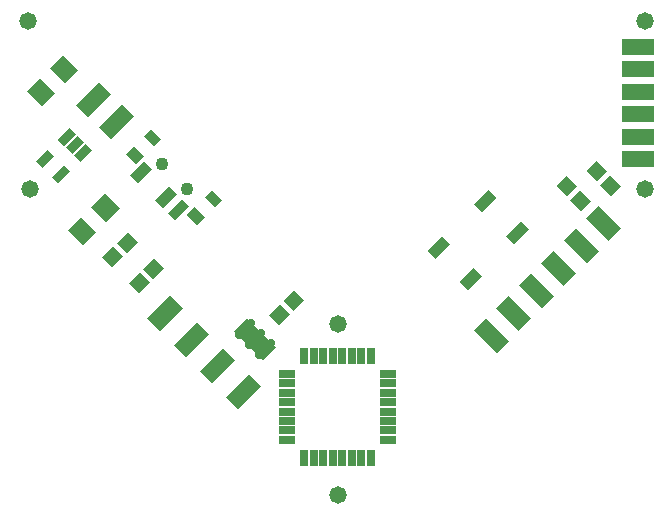
<source format=gbs>
G75*
%MOIN*%
%OFA0B0*%
%FSLAX25Y25*%
%IPPOS*%
%LPD*%
%AMOC8*
5,1,8,0,0,1.08239X$1,22.5*
%
%ADD10C,0.05800*%
%ADD11R,0.05131X0.04737*%
%ADD12R,0.07099X0.06312*%
%ADD13R,0.05800X0.03000*%
%ADD14R,0.03000X0.05800*%
%ADD15R,0.03800X0.06800*%
%ADD16C,0.02572*%
%ADD17R,0.13760X0.06040*%
%ADD18R,0.10800X0.05800*%
%ADD19R,0.02965X0.05524*%
%ADD20R,0.03556X0.06706*%
%ADD21R,0.04737X0.03162*%
%ADD22R,0.04737X0.03950*%
%ADD23C,0.04343*%
D10*
X0203333Y0081875D03*
X0203333Y0138750D03*
X0100833Y0183750D03*
X0100208Y0240000D03*
X0305833Y0240000D03*
X0305833Y0183750D03*
D11*
G36*
X0294311Y0188622D02*
X0297938Y0184995D01*
X0294589Y0181646D01*
X0290962Y0185273D01*
X0294311Y0188622D01*
G37*
G36*
X0289578Y0193354D02*
X0293205Y0189727D01*
X0289856Y0186378D01*
X0286229Y0190005D01*
X0289578Y0193354D01*
G37*
G36*
X0279578Y0188354D02*
X0283205Y0184727D01*
X0279856Y0181378D01*
X0276229Y0185005D01*
X0279578Y0188354D01*
G37*
G36*
X0284311Y0183622D02*
X0287938Y0179995D01*
X0284589Y0176646D01*
X0280962Y0180273D01*
X0284311Y0183622D01*
G37*
G36*
X0185337Y0146602D02*
X0188964Y0150229D01*
X0192313Y0146880D01*
X0188686Y0143253D01*
X0185337Y0146602D01*
G37*
G36*
X0180604Y0141870D02*
X0184231Y0145497D01*
X0187580Y0142148D01*
X0183953Y0138521D01*
X0180604Y0141870D01*
G37*
G36*
X0145438Y0157505D02*
X0141811Y0153878D01*
X0138462Y0157227D01*
X0142089Y0160854D01*
X0145438Y0157505D01*
G37*
G36*
X0140705Y0152773D02*
X0137078Y0149146D01*
X0133729Y0152495D01*
X0137356Y0156122D01*
X0140705Y0152773D01*
G37*
G36*
X0124979Y0161245D02*
X0128606Y0164872D01*
X0131955Y0161523D01*
X0128328Y0157896D01*
X0124979Y0161245D01*
G37*
G36*
X0129712Y0165977D02*
X0133339Y0169604D01*
X0136688Y0166255D01*
X0133061Y0162628D01*
X0129712Y0165977D01*
G37*
D12*
G36*
X0118463Y0165112D02*
X0113445Y0170130D01*
X0117909Y0174594D01*
X0122927Y0169576D01*
X0118463Y0165112D01*
G37*
G36*
X0126258Y0172906D02*
X0121240Y0177924D01*
X0125704Y0182388D01*
X0130722Y0177370D01*
X0126258Y0172906D01*
G37*
G36*
X0104713Y0211362D02*
X0099695Y0216380D01*
X0104159Y0220844D01*
X0109177Y0215826D01*
X0104713Y0211362D01*
G37*
G36*
X0112508Y0219156D02*
X0107490Y0224174D01*
X0111954Y0228638D01*
X0116972Y0223620D01*
X0112508Y0219156D01*
G37*
D13*
X0186433Y0100226D03*
X0186433Y0103376D03*
X0186433Y0106526D03*
X0186433Y0109675D03*
X0186433Y0112825D03*
X0186433Y0115974D03*
X0186433Y0119124D03*
X0186433Y0122274D03*
X0220233Y0122274D03*
X0220233Y0119124D03*
X0220233Y0115974D03*
X0220233Y0112825D03*
X0220233Y0109675D03*
X0220233Y0106526D03*
X0220233Y0103376D03*
X0220233Y0100226D03*
D14*
X0214357Y0094350D03*
X0211207Y0094350D03*
X0208058Y0094350D03*
X0204908Y0094350D03*
X0201759Y0094350D03*
X0198609Y0094350D03*
X0195459Y0094350D03*
X0192310Y0094350D03*
X0192310Y0128150D03*
X0195459Y0128150D03*
X0198609Y0128150D03*
X0201759Y0128150D03*
X0204908Y0128150D03*
X0208058Y0128150D03*
X0211207Y0128150D03*
X0214357Y0128150D03*
D15*
G36*
X0246673Y0150047D02*
X0243986Y0152734D01*
X0248793Y0157541D01*
X0251480Y0154854D01*
X0246673Y0150047D01*
G37*
G36*
X0236067Y0160653D02*
X0233380Y0163340D01*
X0238187Y0168147D01*
X0240874Y0165460D01*
X0236067Y0160653D01*
G37*
G36*
X0262230Y0165603D02*
X0259543Y0168290D01*
X0264350Y0173097D01*
X0267037Y0170410D01*
X0262230Y0165603D01*
G37*
G36*
X0251623Y0176209D02*
X0248936Y0178896D01*
X0253743Y0183703D01*
X0256430Y0181016D01*
X0251623Y0176209D01*
G37*
D16*
X0181199Y0132434D02*
X0177149Y0128384D01*
X0173808Y0131725D02*
X0177858Y0135775D01*
X0174518Y0139116D02*
X0170468Y0135066D01*
D17*
G36*
X0178562Y0126764D02*
X0168833Y0136493D01*
X0173104Y0140764D01*
X0182833Y0131035D01*
X0178562Y0126764D01*
G37*
D18*
G36*
X0157465Y0123233D02*
X0165100Y0130868D01*
X0169201Y0126767D01*
X0161566Y0119132D01*
X0157465Y0123233D01*
G37*
G36*
X0148715Y0131983D02*
X0156350Y0139618D01*
X0160451Y0135517D01*
X0152816Y0127882D01*
X0148715Y0131983D01*
G37*
G36*
X0139965Y0140733D02*
X0147600Y0148368D01*
X0151701Y0144267D01*
X0144066Y0136632D01*
X0139965Y0140733D01*
G37*
G36*
X0166215Y0114483D02*
X0173850Y0122118D01*
X0177951Y0118017D01*
X0170316Y0110382D01*
X0166215Y0114483D01*
G37*
G36*
X0252816Y0140868D02*
X0260451Y0133233D01*
X0256350Y0129132D01*
X0248715Y0136767D01*
X0252816Y0140868D01*
G37*
G36*
X0260316Y0148368D02*
X0267951Y0140733D01*
X0263850Y0136632D01*
X0256215Y0144267D01*
X0260316Y0148368D01*
G37*
G36*
X0267816Y0155868D02*
X0275451Y0148233D01*
X0271350Y0144132D01*
X0263715Y0151767D01*
X0267816Y0155868D01*
G37*
G36*
X0275316Y0163368D02*
X0282951Y0155733D01*
X0278850Y0151632D01*
X0271215Y0159267D01*
X0275316Y0163368D01*
G37*
G36*
X0282816Y0170868D02*
X0290451Y0163233D01*
X0286350Y0159132D01*
X0278715Y0166767D01*
X0282816Y0170868D01*
G37*
G36*
X0290316Y0178368D02*
X0297951Y0170733D01*
X0293850Y0166632D01*
X0286215Y0174267D01*
X0290316Y0178368D01*
G37*
X0303333Y0193750D03*
X0303333Y0201250D03*
X0303333Y0208750D03*
X0303333Y0216250D03*
X0303333Y0223750D03*
X0303333Y0231250D03*
G36*
X0123715Y0204483D02*
X0131350Y0212118D01*
X0135451Y0208017D01*
X0127816Y0200382D01*
X0123715Y0204483D01*
G37*
G36*
X0116215Y0211983D02*
X0123850Y0219618D01*
X0127951Y0215517D01*
X0120316Y0207882D01*
X0116215Y0211983D01*
G37*
D19*
G36*
X0112153Y0198264D02*
X0110058Y0200359D01*
X0113963Y0204264D01*
X0116058Y0202169D01*
X0112153Y0198264D01*
G37*
G36*
X0114798Y0195619D02*
X0112703Y0197714D01*
X0116608Y0201619D01*
X0118703Y0199524D01*
X0114798Y0195619D01*
G37*
G36*
X0117442Y0192975D02*
X0115347Y0195070D01*
X0119252Y0198975D01*
X0121347Y0196880D01*
X0117442Y0192975D01*
G37*
G36*
X0110204Y0185736D02*
X0108109Y0187831D01*
X0112014Y0191736D01*
X0114109Y0189641D01*
X0110204Y0185736D01*
G37*
G36*
X0104914Y0191025D02*
X0102819Y0193120D01*
X0106724Y0197025D01*
X0108819Y0194930D01*
X0104914Y0191025D01*
G37*
D20*
G36*
X0136710Y0185889D02*
X0134195Y0188404D01*
X0138936Y0193145D01*
X0141451Y0190630D01*
X0136710Y0185889D01*
G37*
G36*
X0145061Y0177537D02*
X0142546Y0180052D01*
X0147287Y0184793D01*
X0149802Y0182278D01*
X0145061Y0177537D01*
G37*
G36*
X0149237Y0173361D02*
X0146722Y0175876D01*
X0151463Y0180617D01*
X0153978Y0178102D01*
X0149237Y0173361D01*
G37*
D21*
G36*
X0161347Y0183540D02*
X0164695Y0180192D01*
X0162459Y0177956D01*
X0159111Y0181304D01*
X0161347Y0183540D01*
G37*
G36*
X0141025Y0203862D02*
X0144373Y0200514D01*
X0142137Y0198278D01*
X0138789Y0201626D01*
X0141025Y0203862D01*
G37*
D22*
G36*
X0135458Y0198294D02*
X0138805Y0194947D01*
X0136012Y0192154D01*
X0132665Y0195501D01*
X0135458Y0198294D01*
G37*
G36*
X0155780Y0177972D02*
X0159127Y0174625D01*
X0156334Y0171832D01*
X0152987Y0175179D01*
X0155780Y0177972D01*
G37*
D23*
X0153134Y0183949D03*
X0144783Y0192301D03*
M02*

</source>
